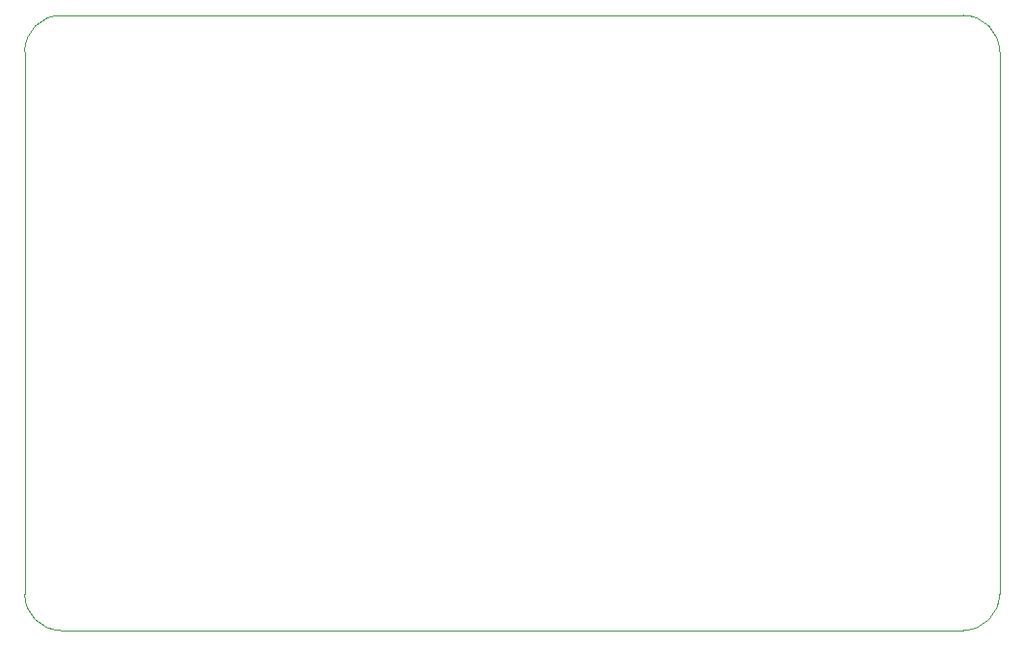
<source format=gbr>
%TF.GenerationSoftware,KiCad,Pcbnew,9.0.7*%
%TF.CreationDate,2026-02-17T11:17:34-06:00*%
%TF.ProjectId,nfc-card,6e66632d-6361-4726-942e-6b696361645f,rev?*%
%TF.SameCoordinates,Original*%
%TF.FileFunction,Profile,NP*%
%FSLAX46Y46*%
G04 Gerber Fmt 4.6, Leading zero omitted, Abs format (unit mm)*
G04 Created by KiCad (PCBNEW 9.0.7) date 2026-02-17 11:17:34*
%MOMM*%
%LPD*%
G01*
G04 APERTURE LIST*
%TA.AperFunction,Profile*%
%ADD10C,0.050000*%
%TD*%
G04 APERTURE END LIST*
D10*
X74380000Y-30000000D02*
X153620000Y-30000000D01*
X156800000Y-80820000D02*
G75*
G02*
X153620000Y-84000000I-3180000J0D01*
G01*
X153620000Y-30000000D02*
G75*
G02*
X156800000Y-33180000I0J-3180000D01*
G01*
X156800000Y-33180000D02*
X156800000Y-80820000D01*
X74380000Y-84000000D02*
G75*
G02*
X71200000Y-80820000I0J3180000D01*
G01*
X71200000Y-80820000D02*
X71200000Y-33180000D01*
X71200000Y-33180000D02*
G75*
G02*
X74380000Y-30000000I3180000J0D01*
G01*
X153620000Y-84000000D02*
X74380000Y-84000000D01*
M02*

</source>
